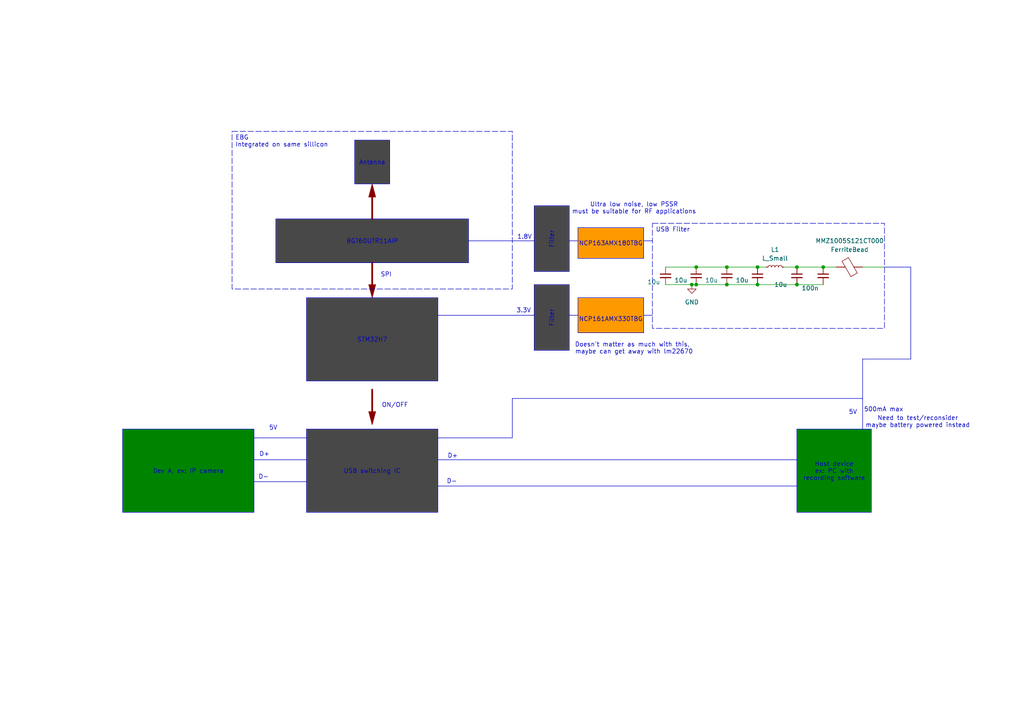
<source format=kicad_sch>
(kicad_sch (version 20231120) (generator "eeschema") (generator_version "8.0")
  (paper "A4")
  (lib_symbols
    (symbol "Device:C_Small" (pin_numbers hide) (pin_names (offset 0.254) hide)
      (property "Reference" "C" (at 0.254 1.778 0))
      (property "Value" "C_Small" (at 0.254 -2.032 0))
      (symbol "C_Small_0_1"
        (polyline (pts (xy -1.524 -0.508) (xy 1.524 -0.508)) (stroke (width 0.3302)))
        (polyline (pts (xy -1.524 0.508) (xy 1.524 0.508)) (stroke (width 0.3048)))
      )
      (symbol "C_Small_1_1"
        (pin passive line (at 0 2.54 270) (length 2.032) (name "~") (number "1"))
        (pin passive line (at 0 -2.54 90) (length 2.032) (name "~") (number "2"))
      )
    )
    (symbol "Device:FerriteBead" (pin_numbers hide) (pin_names (offset 0))
      (property "Reference" "FB" (at -3.81 0.635 90))
      (property "Value" "FerriteBead" (at 3.81 0 90))
      (symbol "FerriteBead_0_1"
        (polyline (pts (xy 0 -1.27) (xy 0 -1.2192)))
        (polyline (pts (xy 0 1.27) (xy 0 1.2954)))
        (polyline (pts (xy -2.7686 0.4064) (xy -1.7018 2.2606) (xy 2.7686 -0.3048) (xy 1.6764 -2.159) (xy -2.7686 0.4064)))
      )
      (symbol "FerriteBead_1_1"
        (pin passive line (at 0 3.81 270) (length 2.54) (name "~") (number "1"))
        (pin passive line (at 0 -3.81 90) (length 2.54) (name "~") (number "2"))
      )
    )
    (symbol "Device:L_Small" (pin_numbers hide) (pin_names (offset 0.254) hide)
      (property "Reference" "L" (at 0.762 1.016 0))
      (property "Value" "L_Small" (at 0.762 -1.016 0))
      (symbol "L_Small_0_1"
        (arc (start 0 -2.032) (mid 0.5058 -1.524) (end 0 -1.016))
        (arc (start 0 -1.016) (mid 0.5058 -0.508) (end 0 0))
        (arc (start 0 0) (mid 0.5058 0.508) (end 0 1.016))
        (arc (start 0 1.016) (mid 0.5058 1.524) (end 0 2.032))
      )
      (symbol "L_Small_1_1"
        (pin passive line (at 0 2.54 270) (length 0.508) (name "~") (number "1"))
        (pin passive line (at 0 -2.54 90) (length 0.508) (name "~") (number "2"))
      )
    )
    (symbol "Graphic:SYM_Arrow_XLarge" (in_bom no) (on_board no)
      (symbol "SYM_Arrow_XLarge_0_1"
        (polyline (pts (xy 2.54 0) (xy -5.08 0)) (stroke (width 0.508)))
        (polyline (pts (xy 5.08 0) (xy 1.27 -1.016) (xy 1.27 1.016) (xy 5.08 0)) (fill (type outline)))
      )
    )
    (symbol "power:GND" (power) (pin_numbers hide) (pin_names (offset 0) hide)
      (property "Value" "GND" (at 0 -3.81 0))
      (symbol "GND_0_1"
        (polyline (pts (xy 0 0) (xy 0 -1.27) (xy 1.27 -1.27) (xy 0 -2.54) (xy -1.27 -1.27) (xy 0 -1.27)))
      )
      (symbol "GND_1_1"
        (pin power_in line (at 0 0 270) (length 0) (name "~") (number "1"))
      )
    )
  )
  (junction (at 201.93 82.55))
  (junction (at 219.71 77.47))
  (junction (at 210.82 77.47))
  (junction (at 231.14 77.47))
  (junction (at 231.14 82.55))
  (junction (at 219.71 82.55))
  (junction (at 201.93 77.47))
  (junction (at 238.76 77.47))
  (junction (at 210.82 82.55))
  (junction (at 200.66 82.55))
  (wire (pts (xy 219.71 82.55) (xy 210.82 82.55)))
  (wire (pts (xy 238.76 77.47) (xy 231.14 77.47)))
  (polyline (pts (xy 73.66 127) (xy 88.9 127)))
  (polyline (pts (xy 127 91.44) (xy 154.94 91.44)))
  (wire (pts (xy 219.71 77.47) (xy 210.82 77.47)))
  (wire (pts (xy 222.25 77.47) (xy 219.71 77.47)))
  (polyline (pts (xy 264.16 104.14) (xy 264.16 77.47)))
  (wire (pts (xy 238.76 82.55) (xy 231.14 82.55)))
  (polyline (pts (xy 127 133.35) (xy 231.14 133.35)))
  (polyline (pts (xy 256.54 77.47) (xy 264.16 77.47)))
  (wire (pts (xy 210.82 77.47) (xy 201.93 77.47)))
  (polyline (pts (xy 148.59 115.57) (xy 148.59 127)))
  (wire (pts (xy 242.57 77.47) (xy 238.76 77.47)))
  (polyline (pts (xy 165.1 91.44) (xy 167.64 91.44)))
  (polyline (pts (xy 127 127) (xy 148.59 127)))
  (wire (pts (xy 250.19 77.47) (xy 256.54 77.47)))
  (wire (pts (xy 201.93 82.55) (xy 200.66 82.55)))
  (polyline (pts (xy 73.66 139.7) (xy 88.9 139.7)))
  (wire (pts (xy 231.14 77.47) (xy 227.33 77.47)))
  (polyline (pts (xy 135.89 69.85) (xy 154.94 69.85)))
  (polyline (pts (xy 250.19 104.14) (xy 264.16 104.14)))
  (polyline (pts (xy 165.1 69.85) (xy 167.64 69.85)))
  (polyline (pts (xy 186.69 69.85) (xy 189.23 69.85)))
  (wire (pts (xy 210.82 82.55) (xy 201.93 82.55)))
  (wire (pts (xy 231.14 82.55) (xy 219.71 82.55)))
  (wire (pts (xy 201.93 77.47) (xy 193.04 77.47)))
  (polyline (pts (xy 186.69 91.44) (xy 189.23 91.44)))
  (polyline (pts (xy 250.19 115.57) (xy 148.59 115.57)))
  (polyline (pts (xy 73.66 133.35) (xy 88.9 133.35)))
  (polyline (pts (xy 250.19 124.46) (xy 250.19 104.14)))
  (polyline (pts (xy 127 140.97) (xy 231.14 140.97)))
  (wire (pts (xy 200.66 82.55) (xy 193.04 82.55)))
  (text_box "Antenna\n" (at 102.87 40.64 0) (size 10.16 12.7) (fill (type color) (color 72 72 72 1)) (effects (font (size 1.27 1.27))))
  (text_box "STM32H7\n" (at 88.9 86.36 0) (size 38.1 24.13) (fill (type color) (color 72 72 72 1)) (effects (font (size 1.27 1.27))))
  (text_box "EBG\nIntegrated on same sillicon" (at 67.31 38.1 0) (size 81.28 45.72) (stroke (width 0) (type dash)) (effects (font (size 1.27 1.27)) (justify left top)))
  (text_box "USB switching IC" (at 88.9 124.46 0) (size 38.1 24.13) (fill (type color) (color 72 72 72 1)) (effects (font (size 1.27 1.27))))
  (text_box "NCP163AMX180TBG" (at 167.64 66.04 0) (size 19.05 8.89) (fill (type color) (color 255 153 0 1)) (effects (font (size 1.27 1.27))))
  (text_box "Dev A, ex: IP camera" (at 35.56 124.46 0) (size 38.1 24.13) (fill (type color) (color 0 132 0 1)) (effects (font (size 1.27 1.27))))
  (text_box "Filter" (at 154.94 59.69 90) (size 10.16 19.05) (fill (type color) (color 72 72 72 1)) (effects (font (size 1.27 1.27))))
  (text_box "Host device\nex: PC with recording software" (at 231.14 124.46 0) (size 21.59 24.13) (fill (type color) (color 0 132 0 1)) (effects (font (size 1.27 1.27))))
  (text_box " NCP161AMX330TBG" (at 167.64 86.36 0) (size 19.05 10.16) (fill (type color) (color 255 153 0 1)) (effects (font (size 1.27 1.27))))
  (text_box "BGT60UTR11AIP" (at 80.01 63.5 0) (size 55.88 12.7) (fill (type color) (color 72 72 72 1)) (effects (font (size 1.27 1.27))))
  (text_box "USB Filter" (at 189.23 64.77 0) (size 67.31 30.48) (stroke (width 0) (type dash)) (effects (font (size 1.27 1.27)) (justify left top)))
  (text_box "Filter" (at 154.94 82.55 90) (size 10.16 19.05) (fill (type color) (color 72 72 72 1)) (effects (font (size 1.27 1.27))))
  (text "Doesn't matter as much with this, \nmaybe can get away with lm22670" (at 183.896 101.092 0) (effects (font (size 1.27 1.27))))
  (text "D+\n" (at 131.318 132.334 0) (effects (font (size 1.27 1.27))))
  (text "5V\n" (at 247.396 119.634 0) (effects (font (size 1.27 1.27))))
  (text "D-\n" (at 131.064 139.7 0) (effects (font (size 1.27 1.27))))
  (text "3.3V\n" (at 151.892 90.17 0) (effects (font (size 1.27 1.27))))
  (text "5V\n" (at 79.248 124.206 0) (effects (font (size 1.27 1.27))))
  (text "Need to test/reconsider\nmaybe battery powered instead" (at 266.192 122.428 0) (effects (font (size 1.27 1.27))))
  (text "500mA max" (at 256.286 118.872 0) (effects (font (size 1.27 1.27))))
  (text "D+\n" (at 76.708 131.826 0) (effects (font (size 1.27 1.27))))
  (text "ON/OFF\n" (at 114.554 117.602 0) (effects (font (size 1.27 1.27))))
  (text "SPI\n" (at 112.014 79.756 0) (effects (font (size 1.27 1.27))))
  (text "D-\n" (at 76.454 138.43 0) (effects (font (size 1.27 1.27))))
  (text "Ultra low noise, low PSSR\nmust be suitable for RF applications" (at 183.896 60.452 0) (effects (font (size 1.27 1.27))))
  (text "1.8V" (at 152.146 68.834 0) (effects (font (size 1.27 1.27))))
  (symbol (lib_id "Device:C_Small") (at 201.93 80.01 0) (mirror y) (unit 1)
    (property "Reference" "C15" (effects (hide yes)))
    (property "Value" "10u" (at 199.39 81.2862 0) (effects (justify left)))
    (property "Description" "Unpolarized capacitor, small symbol" (effects (hide yes)))
  )
  (symbol (lib_id "Device:C_Small") (at 210.82 80.01 0) (mirror y) (unit 1)
    (property "Reference" "C13" (effects (hide yes)))
    (property "Value" "10u" (at 208.28 81.2862 0) (effects (justify left)))
    (property "Description" "Unpolarized capacitor, small symbol" (effects (hide yes)))
  )
  (symbol (lib_id "Device:L_Small") (at 224.79 77.47 270) (mirror x) (unit 1)
    (property "Reference" "L1" (at 224.79 72.39 90))
    (property "Value" "L_Small" (at 224.79 74.93 90))
    (property "Description" "Inductor, small symbol" (effects (hide yes)))
  )
  (symbol (lib_id "Device:C_Small") (at 238.76 80.01 0) (mirror y) (unit 1)
    (property "Reference" "C10" (effects (hide yes)))
    (property "Value" "100n" (at 237.49 83.566 0) (effects (justify left)))
    (property "Description" "Unpolarized capacitor, small symbol" (effects (hide yes)))
  )
  (symbol (lib_id "Graphic:SYM_Arrow_XLarge") (at 107.95 58.42 90) (unit 1) (exclude_from_sim yes) (in_bom no) (on_board no)
    (property "Reference" "#SYM2" (effects (hide yes)))
    (property "Value" "SYM_Arrow_XLarge" (effects (hide yes)))
    (property "Description" "Filled arrow, 400mil" (effects (hide yes)))
  )
  (symbol (lib_id "Graphic:SYM_Arrow_XLarge") (at 107.95 118.11 270) (unit 1) (exclude_from_sim yes) (in_bom no) (on_board no)
    (property "Reference" "#SYM3" (effects (hide yes)))
    (property "Value" "SYM_Arrow_XLarge" (effects (hide yes)))
    (property "Description" "Filled arrow, 400mil" (effects (hide yes)))
  )
  (symbol (lib_id "Device:C_Small") (at 193.04 80.01 0) (mirror y) (unit 1)
    (property "Reference" "C14" (effects (hide yes)))
    (property "Value" "10u" (at 191.516 81.788 0) (effects (justify left)))
    (property "Description" "Unpolarized capacitor, small symbol" (effects (hide yes)))
  )
  (symbol (lib_id "power:GND") (at 200.66 82.55 0) (unit 1)
    (property "Reference" "#PWR015" (effects (hide yes)))
    (property "Value" "GND" (at 200.66 87.63 0))
    (property "Description" "Power symbol creates a global label with name \"GND\" , ground" (effects (hide yes)))
  )
  (symbol (lib_id "Device:C_Small") (at 219.71 80.01 0) (mirror y) (unit 1)
    (property "Reference" "C12" (effects (hide yes)))
    (property "Value" "10u" (at 217.17 81.2862 0) (effects (justify left)))
    (property "Description" "Unpolarized capacitor, small symbol" (effects (hide yes)))
  )
  (symbol (lib_id "Device:C_Small") (at 231.14 80.01 0) (mirror y) (unit 1)
    (property "Reference" "C11" (effects (hide yes)))
    (property "Value" "10u" (at 228.346 82.55 0) (effects (justify left)))
    (property "Description" "Unpolarized capacitor, small symbol" (effects (hide yes)))
  )
  (symbol (lib_id "Device:FerriteBead") (at 246.38 77.47 270) (mirror x) (unit 1)
    (property "Reference" "MMZ1005S121CT000" (at 246.4308 69.85 90))
    (property "Value" "FerriteBead" (at 246.4308 72.39 90))
    (property "Description" "Ferrite bead" (effects (hide yes)))
  )
  (symbol (lib_id "Graphic:SYM_Arrow_XLarge") (at 107.95 81.28 270) (unit 1) (exclude_from_sim yes) (in_bom no) (on_board no)
    (property "Reference" "#SYM1" (effects (hide yes)))
    (property "Value" "SYM_Arrow_XLarge" (effects (hide yes)))
    (property "Description" "Filled arrow, 400mil" (effects (hide yes)))
  )
)
</source>
